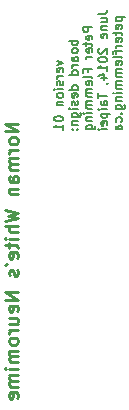
<source format=gbo>
G04 (created by PCBNEW-RS274X (2012-apr-16-27)-stable) date Mon 30 Jun 2014 11:26:30 PM CST*
G01*
G70*
G90*
%MOIN*%
G04 Gerber Fmt 3.4, Leading zero omitted, Abs format*
%FSLAX34Y34*%
G04 APERTURE LIST*
%ADD10C,0.006000*%
%ADD11C,0.007000*%
%ADD12C,0.010000*%
G04 APERTURE END LIST*
G54D10*
G54D11*
X40081Y-34682D02*
X40281Y-34753D01*
X40081Y-34825D01*
X40267Y-35054D02*
X40281Y-35025D01*
X40281Y-34968D01*
X40267Y-34939D01*
X40239Y-34925D01*
X40124Y-34925D01*
X40096Y-34939D01*
X40081Y-34968D01*
X40081Y-35025D01*
X40096Y-35054D01*
X40124Y-35068D01*
X40153Y-35068D01*
X40181Y-34925D01*
X40281Y-35196D02*
X40081Y-35196D01*
X40139Y-35196D02*
X40110Y-35211D01*
X40096Y-35225D01*
X40081Y-35254D01*
X40081Y-35282D01*
X40267Y-35368D02*
X40281Y-35397D01*
X40281Y-35454D01*
X40267Y-35482D01*
X40239Y-35497D01*
X40224Y-35497D01*
X40196Y-35482D01*
X40181Y-35454D01*
X40181Y-35411D01*
X40167Y-35382D01*
X40139Y-35368D01*
X40124Y-35368D01*
X40096Y-35382D01*
X40081Y-35411D01*
X40081Y-35454D01*
X40096Y-35482D01*
X40281Y-35625D02*
X40081Y-35625D01*
X39981Y-35625D02*
X39996Y-35611D01*
X40010Y-35625D01*
X39996Y-35640D01*
X39981Y-35625D01*
X40010Y-35625D01*
X40281Y-35811D02*
X40267Y-35783D01*
X40253Y-35768D01*
X40224Y-35754D01*
X40139Y-35754D01*
X40110Y-35768D01*
X40096Y-35783D01*
X40081Y-35811D01*
X40081Y-35854D01*
X40096Y-35883D01*
X40110Y-35897D01*
X40139Y-35911D01*
X40224Y-35911D01*
X40253Y-35897D01*
X40267Y-35883D01*
X40281Y-35854D01*
X40281Y-35811D01*
X40081Y-36039D02*
X40281Y-36039D01*
X40110Y-36039D02*
X40096Y-36054D01*
X40081Y-36082D01*
X40081Y-36125D01*
X40096Y-36154D01*
X40124Y-36168D01*
X40281Y-36168D01*
X39981Y-36597D02*
X39981Y-36625D01*
X39996Y-36654D01*
X40010Y-36668D01*
X40039Y-36682D01*
X40096Y-36697D01*
X40167Y-36697D01*
X40224Y-36682D01*
X40253Y-36668D01*
X40267Y-36654D01*
X40281Y-36625D01*
X40281Y-36597D01*
X40267Y-36568D01*
X40253Y-36554D01*
X40224Y-36539D01*
X40167Y-36525D01*
X40096Y-36525D01*
X40039Y-36539D01*
X40010Y-36554D01*
X39996Y-36568D01*
X39981Y-36597D01*
X40281Y-36983D02*
X40281Y-36811D01*
X40281Y-36897D02*
X39981Y-36897D01*
X40024Y-36868D01*
X40053Y-36840D01*
X40067Y-36811D01*
X40771Y-34013D02*
X40471Y-34013D01*
X40586Y-34013D02*
X40571Y-34042D01*
X40571Y-34099D01*
X40586Y-34128D01*
X40600Y-34142D01*
X40629Y-34156D01*
X40714Y-34156D01*
X40743Y-34142D01*
X40757Y-34128D01*
X40771Y-34099D01*
X40771Y-34042D01*
X40757Y-34013D01*
X40771Y-34327D02*
X40757Y-34299D01*
X40743Y-34284D01*
X40714Y-34270D01*
X40629Y-34270D01*
X40600Y-34284D01*
X40586Y-34299D01*
X40571Y-34327D01*
X40571Y-34370D01*
X40586Y-34399D01*
X40600Y-34413D01*
X40629Y-34427D01*
X40714Y-34427D01*
X40743Y-34413D01*
X40757Y-34399D01*
X40771Y-34370D01*
X40771Y-34327D01*
X40771Y-34684D02*
X40614Y-34684D01*
X40586Y-34670D01*
X40571Y-34641D01*
X40571Y-34584D01*
X40586Y-34555D01*
X40757Y-34684D02*
X40771Y-34655D01*
X40771Y-34584D01*
X40757Y-34555D01*
X40729Y-34541D01*
X40700Y-34541D01*
X40671Y-34555D01*
X40657Y-34584D01*
X40657Y-34655D01*
X40643Y-34684D01*
X40771Y-34826D02*
X40571Y-34826D01*
X40629Y-34826D02*
X40600Y-34841D01*
X40586Y-34855D01*
X40571Y-34884D01*
X40571Y-34912D01*
X40771Y-35141D02*
X40471Y-35141D01*
X40757Y-35141D02*
X40771Y-35112D01*
X40771Y-35055D01*
X40757Y-35027D01*
X40743Y-35012D01*
X40714Y-34998D01*
X40629Y-34998D01*
X40600Y-35012D01*
X40586Y-35027D01*
X40571Y-35055D01*
X40571Y-35112D01*
X40586Y-35141D01*
X40771Y-35641D02*
X40471Y-35641D01*
X40757Y-35641D02*
X40771Y-35612D01*
X40771Y-35555D01*
X40757Y-35527D01*
X40743Y-35512D01*
X40714Y-35498D01*
X40629Y-35498D01*
X40600Y-35512D01*
X40586Y-35527D01*
X40571Y-35555D01*
X40571Y-35612D01*
X40586Y-35641D01*
X40757Y-35898D02*
X40771Y-35869D01*
X40771Y-35812D01*
X40757Y-35783D01*
X40729Y-35769D01*
X40614Y-35769D01*
X40586Y-35783D01*
X40571Y-35812D01*
X40571Y-35869D01*
X40586Y-35898D01*
X40614Y-35912D01*
X40643Y-35912D01*
X40671Y-35769D01*
X40757Y-36026D02*
X40771Y-36055D01*
X40771Y-36112D01*
X40757Y-36140D01*
X40729Y-36155D01*
X40714Y-36155D01*
X40686Y-36140D01*
X40671Y-36112D01*
X40671Y-36069D01*
X40657Y-36040D01*
X40629Y-36026D01*
X40614Y-36026D01*
X40586Y-36040D01*
X40571Y-36069D01*
X40571Y-36112D01*
X40586Y-36140D01*
X40771Y-36283D02*
X40571Y-36283D01*
X40471Y-36283D02*
X40486Y-36269D01*
X40500Y-36283D01*
X40486Y-36298D01*
X40471Y-36283D01*
X40500Y-36283D01*
X40571Y-36555D02*
X40814Y-36555D01*
X40843Y-36541D01*
X40857Y-36526D01*
X40871Y-36498D01*
X40871Y-36455D01*
X40857Y-36426D01*
X40757Y-36555D02*
X40771Y-36526D01*
X40771Y-36469D01*
X40757Y-36441D01*
X40743Y-36426D01*
X40714Y-36412D01*
X40629Y-36412D01*
X40600Y-36426D01*
X40586Y-36441D01*
X40571Y-36469D01*
X40571Y-36526D01*
X40586Y-36555D01*
X40571Y-36697D02*
X40771Y-36697D01*
X40600Y-36697D02*
X40586Y-36712D01*
X40571Y-36740D01*
X40571Y-36783D01*
X40586Y-36812D01*
X40614Y-36826D01*
X40771Y-36826D01*
X40743Y-36968D02*
X40757Y-36983D01*
X40771Y-36968D01*
X40757Y-36954D01*
X40743Y-36968D01*
X40771Y-36968D01*
X40586Y-36968D02*
X40600Y-36983D01*
X40614Y-36968D01*
X40600Y-36954D01*
X40586Y-36968D01*
X40614Y-36968D01*
X41261Y-33555D02*
X40961Y-33555D01*
X40961Y-33670D01*
X40976Y-33698D01*
X40990Y-33713D01*
X41019Y-33727D01*
X41061Y-33727D01*
X41090Y-33713D01*
X41104Y-33698D01*
X41119Y-33670D01*
X41119Y-33555D01*
X41247Y-33970D02*
X41261Y-33941D01*
X41261Y-33884D01*
X41247Y-33855D01*
X41219Y-33841D01*
X41104Y-33841D01*
X41076Y-33855D01*
X41061Y-33884D01*
X41061Y-33941D01*
X41076Y-33970D01*
X41104Y-33984D01*
X41133Y-33984D01*
X41161Y-33841D01*
X41061Y-34070D02*
X41061Y-34184D01*
X40961Y-34112D02*
X41219Y-34112D01*
X41247Y-34127D01*
X41261Y-34155D01*
X41261Y-34184D01*
X41247Y-34398D02*
X41261Y-34369D01*
X41261Y-34312D01*
X41247Y-34283D01*
X41219Y-34269D01*
X41104Y-34269D01*
X41076Y-34283D01*
X41061Y-34312D01*
X41061Y-34369D01*
X41076Y-34398D01*
X41104Y-34412D01*
X41133Y-34412D01*
X41161Y-34269D01*
X41261Y-34540D02*
X41061Y-34540D01*
X41119Y-34540D02*
X41090Y-34555D01*
X41076Y-34569D01*
X41061Y-34598D01*
X41061Y-34626D01*
X41104Y-35055D02*
X41104Y-34955D01*
X41261Y-34955D02*
X40961Y-34955D01*
X40961Y-35098D01*
X41261Y-35255D02*
X41247Y-35227D01*
X41219Y-35212D01*
X40961Y-35212D01*
X41247Y-35484D02*
X41261Y-35455D01*
X41261Y-35398D01*
X41247Y-35369D01*
X41219Y-35355D01*
X41104Y-35355D01*
X41076Y-35369D01*
X41061Y-35398D01*
X41061Y-35455D01*
X41076Y-35484D01*
X41104Y-35498D01*
X41133Y-35498D01*
X41161Y-35355D01*
X41261Y-35626D02*
X41061Y-35626D01*
X41090Y-35626D02*
X41076Y-35641D01*
X41061Y-35669D01*
X41061Y-35712D01*
X41076Y-35741D01*
X41104Y-35755D01*
X41261Y-35755D01*
X41104Y-35755D02*
X41076Y-35769D01*
X41061Y-35798D01*
X41061Y-35841D01*
X41076Y-35869D01*
X41104Y-35884D01*
X41261Y-35884D01*
X41261Y-36026D02*
X41061Y-36026D01*
X41090Y-36026D02*
X41076Y-36041D01*
X41061Y-36069D01*
X41061Y-36112D01*
X41076Y-36141D01*
X41104Y-36155D01*
X41261Y-36155D01*
X41104Y-36155D02*
X41076Y-36169D01*
X41061Y-36198D01*
X41061Y-36241D01*
X41076Y-36269D01*
X41104Y-36284D01*
X41261Y-36284D01*
X41261Y-36426D02*
X41061Y-36426D01*
X40961Y-36426D02*
X40976Y-36412D01*
X40990Y-36426D01*
X40976Y-36441D01*
X40961Y-36426D01*
X40990Y-36426D01*
X41061Y-36569D02*
X41261Y-36569D01*
X41090Y-36569D02*
X41076Y-36584D01*
X41061Y-36612D01*
X41061Y-36655D01*
X41076Y-36684D01*
X41104Y-36698D01*
X41261Y-36698D01*
X41061Y-36969D02*
X41304Y-36969D01*
X41333Y-36955D01*
X41347Y-36940D01*
X41361Y-36912D01*
X41361Y-36869D01*
X41347Y-36840D01*
X41247Y-36969D02*
X41261Y-36940D01*
X41261Y-36883D01*
X41247Y-36855D01*
X41233Y-36840D01*
X41204Y-36826D01*
X41119Y-36826D01*
X41090Y-36840D01*
X41076Y-36855D01*
X41061Y-36883D01*
X41061Y-36940D01*
X41076Y-36969D01*
X41451Y-33110D02*
X41666Y-33110D01*
X41709Y-33096D01*
X41737Y-33067D01*
X41751Y-33024D01*
X41751Y-32996D01*
X41551Y-33382D02*
X41751Y-33382D01*
X41551Y-33253D02*
X41709Y-33253D01*
X41737Y-33268D01*
X41751Y-33296D01*
X41751Y-33339D01*
X41737Y-33368D01*
X41723Y-33382D01*
X41551Y-33524D02*
X41751Y-33524D01*
X41580Y-33524D02*
X41566Y-33539D01*
X41551Y-33567D01*
X41551Y-33610D01*
X41566Y-33639D01*
X41594Y-33653D01*
X41751Y-33653D01*
X41737Y-33910D02*
X41751Y-33881D01*
X41751Y-33824D01*
X41737Y-33795D01*
X41709Y-33781D01*
X41594Y-33781D01*
X41566Y-33795D01*
X41551Y-33824D01*
X41551Y-33881D01*
X41566Y-33910D01*
X41594Y-33924D01*
X41623Y-33924D01*
X41651Y-33781D01*
X41480Y-34267D02*
X41466Y-34281D01*
X41451Y-34310D01*
X41451Y-34381D01*
X41466Y-34410D01*
X41480Y-34424D01*
X41509Y-34439D01*
X41537Y-34439D01*
X41580Y-34424D01*
X41751Y-34253D01*
X41751Y-34439D01*
X41451Y-34625D02*
X41451Y-34653D01*
X41466Y-34682D01*
X41480Y-34696D01*
X41509Y-34710D01*
X41566Y-34725D01*
X41637Y-34725D01*
X41694Y-34710D01*
X41723Y-34696D01*
X41737Y-34682D01*
X41751Y-34653D01*
X41751Y-34625D01*
X41737Y-34596D01*
X41723Y-34582D01*
X41694Y-34567D01*
X41637Y-34553D01*
X41566Y-34553D01*
X41509Y-34567D01*
X41480Y-34582D01*
X41466Y-34596D01*
X41451Y-34625D01*
X41751Y-35011D02*
X41751Y-34839D01*
X41751Y-34925D02*
X41451Y-34925D01*
X41494Y-34896D01*
X41523Y-34868D01*
X41537Y-34839D01*
X41551Y-35268D02*
X41751Y-35268D01*
X41437Y-35197D02*
X41651Y-35125D01*
X41651Y-35311D01*
X41737Y-35440D02*
X41751Y-35440D01*
X41780Y-35425D01*
X41794Y-35411D01*
X41451Y-35755D02*
X41451Y-35926D01*
X41751Y-35840D02*
X41451Y-35840D01*
X41751Y-36155D02*
X41594Y-36155D01*
X41566Y-36141D01*
X41551Y-36112D01*
X41551Y-36055D01*
X41566Y-36026D01*
X41737Y-36155D02*
X41751Y-36126D01*
X41751Y-36055D01*
X41737Y-36026D01*
X41709Y-36012D01*
X41680Y-36012D01*
X41651Y-36026D01*
X41637Y-36055D01*
X41637Y-36126D01*
X41623Y-36155D01*
X41751Y-36297D02*
X41551Y-36297D01*
X41451Y-36297D02*
X41466Y-36283D01*
X41480Y-36297D01*
X41466Y-36312D01*
X41451Y-36297D01*
X41480Y-36297D01*
X41551Y-36440D02*
X41851Y-36440D01*
X41566Y-36440D02*
X41551Y-36469D01*
X41551Y-36526D01*
X41566Y-36555D01*
X41580Y-36569D01*
X41609Y-36583D01*
X41694Y-36583D01*
X41723Y-36569D01*
X41737Y-36555D01*
X41751Y-36526D01*
X41751Y-36469D01*
X41737Y-36440D01*
X41737Y-36826D02*
X41751Y-36797D01*
X41751Y-36740D01*
X41737Y-36711D01*
X41709Y-36697D01*
X41594Y-36697D01*
X41566Y-36711D01*
X41551Y-36740D01*
X41551Y-36797D01*
X41566Y-36826D01*
X41594Y-36840D01*
X41623Y-36840D01*
X41651Y-36697D01*
X41751Y-36968D02*
X41551Y-36968D01*
X41451Y-36968D02*
X41466Y-36954D01*
X41480Y-36968D01*
X41466Y-36983D01*
X41451Y-36968D01*
X41480Y-36968D01*
X42041Y-33228D02*
X42341Y-33228D01*
X42056Y-33228D02*
X42041Y-33257D01*
X42041Y-33314D01*
X42056Y-33343D01*
X42070Y-33357D01*
X42099Y-33371D01*
X42184Y-33371D01*
X42213Y-33357D01*
X42227Y-33343D01*
X42241Y-33314D01*
X42241Y-33257D01*
X42227Y-33228D01*
X42227Y-33614D02*
X42241Y-33585D01*
X42241Y-33528D01*
X42227Y-33499D01*
X42199Y-33485D01*
X42084Y-33485D01*
X42056Y-33499D01*
X42041Y-33528D01*
X42041Y-33585D01*
X42056Y-33614D01*
X42084Y-33628D01*
X42113Y-33628D01*
X42141Y-33485D01*
X42041Y-33714D02*
X42041Y-33828D01*
X41941Y-33756D02*
X42199Y-33756D01*
X42227Y-33771D01*
X42241Y-33799D01*
X42241Y-33828D01*
X42227Y-34042D02*
X42241Y-34013D01*
X42241Y-33956D01*
X42227Y-33927D01*
X42199Y-33913D01*
X42084Y-33913D01*
X42056Y-33927D01*
X42041Y-33956D01*
X42041Y-34013D01*
X42056Y-34042D01*
X42084Y-34056D01*
X42113Y-34056D01*
X42141Y-33913D01*
X42241Y-34184D02*
X42041Y-34184D01*
X42099Y-34184D02*
X42070Y-34199D01*
X42056Y-34213D01*
X42041Y-34242D01*
X42041Y-34270D01*
X42041Y-34328D02*
X42041Y-34442D01*
X42241Y-34370D02*
X41984Y-34370D01*
X41956Y-34385D01*
X41941Y-34413D01*
X41941Y-34442D01*
X42241Y-34584D02*
X42227Y-34556D01*
X42199Y-34541D01*
X41941Y-34541D01*
X42227Y-34813D02*
X42241Y-34784D01*
X42241Y-34727D01*
X42227Y-34698D01*
X42199Y-34684D01*
X42084Y-34684D01*
X42056Y-34698D01*
X42041Y-34727D01*
X42041Y-34784D01*
X42056Y-34813D01*
X42084Y-34827D01*
X42113Y-34827D01*
X42141Y-34684D01*
X42241Y-34955D02*
X42041Y-34955D01*
X42070Y-34955D02*
X42056Y-34970D01*
X42041Y-34998D01*
X42041Y-35041D01*
X42056Y-35070D01*
X42084Y-35084D01*
X42241Y-35084D01*
X42084Y-35084D02*
X42056Y-35098D01*
X42041Y-35127D01*
X42041Y-35170D01*
X42056Y-35198D01*
X42084Y-35213D01*
X42241Y-35213D01*
X42241Y-35355D02*
X42041Y-35355D01*
X42070Y-35355D02*
X42056Y-35370D01*
X42041Y-35398D01*
X42041Y-35441D01*
X42056Y-35470D01*
X42084Y-35484D01*
X42241Y-35484D01*
X42084Y-35484D02*
X42056Y-35498D01*
X42041Y-35527D01*
X42041Y-35570D01*
X42056Y-35598D01*
X42084Y-35613D01*
X42241Y-35613D01*
X42241Y-35755D02*
X42041Y-35755D01*
X41941Y-35755D02*
X41956Y-35741D01*
X41970Y-35755D01*
X41956Y-35770D01*
X41941Y-35755D01*
X41970Y-35755D01*
X42041Y-35898D02*
X42241Y-35898D01*
X42070Y-35898D02*
X42056Y-35913D01*
X42041Y-35941D01*
X42041Y-35984D01*
X42056Y-36013D01*
X42084Y-36027D01*
X42241Y-36027D01*
X42041Y-36298D02*
X42284Y-36298D01*
X42313Y-36284D01*
X42327Y-36269D01*
X42341Y-36241D01*
X42341Y-36198D01*
X42327Y-36169D01*
X42227Y-36298D02*
X42241Y-36269D01*
X42241Y-36212D01*
X42227Y-36184D01*
X42213Y-36169D01*
X42184Y-36155D01*
X42099Y-36155D01*
X42070Y-36169D01*
X42056Y-36184D01*
X42041Y-36212D01*
X42041Y-36269D01*
X42056Y-36298D01*
X42213Y-36440D02*
X42227Y-36455D01*
X42241Y-36440D01*
X42227Y-36426D01*
X42213Y-36440D01*
X42241Y-36440D01*
X42227Y-36712D02*
X42241Y-36683D01*
X42241Y-36626D01*
X42227Y-36598D01*
X42213Y-36583D01*
X42184Y-36569D01*
X42099Y-36569D01*
X42070Y-36583D01*
X42056Y-36598D01*
X42041Y-36626D01*
X42041Y-36683D01*
X42056Y-36712D01*
X42241Y-36969D02*
X42084Y-36969D01*
X42056Y-36955D01*
X42041Y-36926D01*
X42041Y-36869D01*
X42056Y-36840D01*
X42227Y-36969D02*
X42241Y-36940D01*
X42241Y-36869D01*
X42227Y-36840D01*
X42199Y-36826D01*
X42170Y-36826D01*
X42141Y-36840D01*
X42127Y-36869D01*
X42127Y-36940D01*
X42113Y-36969D01*
G54D12*
X38782Y-36776D02*
X38332Y-36776D01*
X38782Y-37033D01*
X38332Y-37033D01*
X38782Y-37311D02*
X38761Y-37269D01*
X38739Y-37247D01*
X38696Y-37226D01*
X38568Y-37226D01*
X38525Y-37247D01*
X38504Y-37269D01*
X38482Y-37311D01*
X38482Y-37376D01*
X38504Y-37419D01*
X38525Y-37440D01*
X38568Y-37461D01*
X38696Y-37461D01*
X38739Y-37440D01*
X38761Y-37419D01*
X38782Y-37376D01*
X38782Y-37311D01*
X38782Y-37654D02*
X38482Y-37654D01*
X38568Y-37654D02*
X38525Y-37676D01*
X38504Y-37697D01*
X38482Y-37740D01*
X38482Y-37783D01*
X38782Y-37933D02*
X38482Y-37933D01*
X38525Y-37933D02*
X38504Y-37955D01*
X38482Y-37997D01*
X38482Y-38062D01*
X38504Y-38105D01*
X38546Y-38126D01*
X38782Y-38126D01*
X38546Y-38126D02*
X38504Y-38147D01*
X38482Y-38190D01*
X38482Y-38255D01*
X38504Y-38297D01*
X38546Y-38319D01*
X38782Y-38319D01*
X38782Y-38726D02*
X38546Y-38726D01*
X38504Y-38705D01*
X38482Y-38662D01*
X38482Y-38576D01*
X38504Y-38533D01*
X38761Y-38726D02*
X38782Y-38683D01*
X38782Y-38576D01*
X38761Y-38533D01*
X38718Y-38512D01*
X38675Y-38512D01*
X38632Y-38533D01*
X38611Y-38576D01*
X38611Y-38683D01*
X38589Y-38726D01*
X38482Y-38940D02*
X38782Y-38940D01*
X38525Y-38940D02*
X38504Y-38962D01*
X38482Y-39004D01*
X38482Y-39069D01*
X38504Y-39112D01*
X38546Y-39133D01*
X38782Y-39133D01*
X38332Y-39647D02*
X38782Y-39754D01*
X38461Y-39840D01*
X38782Y-39926D01*
X38332Y-40033D01*
X38782Y-40204D02*
X38332Y-40204D01*
X38782Y-40397D02*
X38546Y-40397D01*
X38504Y-40376D01*
X38482Y-40333D01*
X38482Y-40268D01*
X38504Y-40226D01*
X38525Y-40204D01*
X38782Y-40611D02*
X38482Y-40611D01*
X38332Y-40611D02*
X38354Y-40590D01*
X38375Y-40611D01*
X38354Y-40633D01*
X38332Y-40611D01*
X38375Y-40611D01*
X38482Y-40761D02*
X38482Y-40932D01*
X38332Y-40825D02*
X38718Y-40825D01*
X38761Y-40847D01*
X38782Y-40889D01*
X38782Y-40932D01*
X38761Y-41254D02*
X38782Y-41211D01*
X38782Y-41125D01*
X38761Y-41082D01*
X38718Y-41061D01*
X38546Y-41061D01*
X38504Y-41082D01*
X38482Y-41125D01*
X38482Y-41211D01*
X38504Y-41254D01*
X38546Y-41275D01*
X38589Y-41275D01*
X38632Y-41061D01*
X38332Y-41490D02*
X38418Y-41447D01*
X38761Y-41661D02*
X38782Y-41704D01*
X38782Y-41789D01*
X38761Y-41832D01*
X38718Y-41854D01*
X38696Y-41854D01*
X38654Y-41832D01*
X38632Y-41789D01*
X38632Y-41725D01*
X38611Y-41682D01*
X38568Y-41661D01*
X38546Y-41661D01*
X38504Y-41682D01*
X38482Y-41725D01*
X38482Y-41789D01*
X38504Y-41832D01*
X38782Y-42389D02*
X38332Y-42389D01*
X38782Y-42646D01*
X38332Y-42646D01*
X38761Y-43032D02*
X38782Y-42989D01*
X38782Y-42903D01*
X38761Y-42860D01*
X38718Y-42839D01*
X38546Y-42839D01*
X38504Y-42860D01*
X38482Y-42903D01*
X38482Y-42989D01*
X38504Y-43032D01*
X38546Y-43053D01*
X38589Y-43053D01*
X38632Y-42839D01*
X38482Y-43439D02*
X38782Y-43439D01*
X38482Y-43246D02*
X38718Y-43246D01*
X38761Y-43268D01*
X38782Y-43310D01*
X38782Y-43375D01*
X38761Y-43418D01*
X38739Y-43439D01*
X38782Y-43653D02*
X38482Y-43653D01*
X38568Y-43653D02*
X38525Y-43675D01*
X38504Y-43696D01*
X38482Y-43739D01*
X38482Y-43782D01*
X38782Y-43996D02*
X38761Y-43954D01*
X38739Y-43932D01*
X38696Y-43911D01*
X38568Y-43911D01*
X38525Y-43932D01*
X38504Y-43954D01*
X38482Y-43996D01*
X38482Y-44061D01*
X38504Y-44104D01*
X38525Y-44125D01*
X38568Y-44146D01*
X38696Y-44146D01*
X38739Y-44125D01*
X38761Y-44104D01*
X38782Y-44061D01*
X38782Y-43996D01*
X38782Y-44339D02*
X38482Y-44339D01*
X38525Y-44339D02*
X38504Y-44361D01*
X38482Y-44403D01*
X38482Y-44468D01*
X38504Y-44511D01*
X38546Y-44532D01*
X38782Y-44532D01*
X38546Y-44532D02*
X38504Y-44553D01*
X38482Y-44596D01*
X38482Y-44661D01*
X38504Y-44703D01*
X38546Y-44725D01*
X38782Y-44725D01*
X38782Y-44939D02*
X38482Y-44939D01*
X38332Y-44939D02*
X38354Y-44918D01*
X38375Y-44939D01*
X38354Y-44961D01*
X38332Y-44939D01*
X38375Y-44939D01*
X38782Y-45153D02*
X38482Y-45153D01*
X38525Y-45153D02*
X38504Y-45175D01*
X38482Y-45217D01*
X38482Y-45282D01*
X38504Y-45325D01*
X38546Y-45346D01*
X38782Y-45346D01*
X38546Y-45346D02*
X38504Y-45367D01*
X38482Y-45410D01*
X38482Y-45475D01*
X38504Y-45517D01*
X38546Y-45539D01*
X38782Y-45539D01*
X38761Y-45925D02*
X38782Y-45882D01*
X38782Y-45796D01*
X38761Y-45753D01*
X38718Y-45732D01*
X38546Y-45732D01*
X38504Y-45753D01*
X38482Y-45796D01*
X38482Y-45882D01*
X38504Y-45925D01*
X38546Y-45946D01*
X38589Y-45946D01*
X38632Y-45732D01*
M02*

</source>
